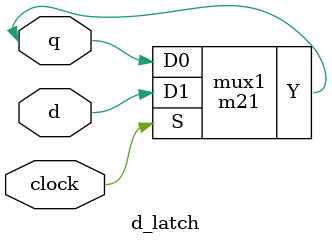
<source format=v>
module m21( D0, D1, S, Y);
input wire D0, D1, S;
output reg Y;

always @(*)
begin

if(S) 
Y= D1;
else
Y=D0;

end

endmodule


module d_latch(d,clock,q);
input d,clock;
inout q;

m21 mux1(.D0(q),.D1(d),.S(clock),.Y(q));

endmodule
</source>
